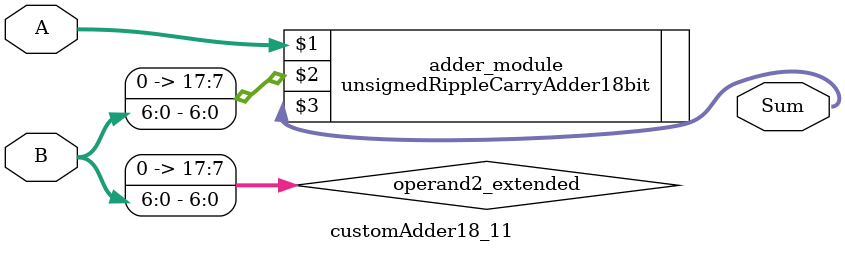
<source format=v>

module customAdder18_11(
                    input [17 : 0] A,
                    input [6 : 0] B,
                    
                    output [18 : 0] Sum
            );

    wire [17 : 0] operand2_extended;
    
    assign operand2_extended =  {11'b0, B};
    
    unsignedRippleCarryAdder18bit adder_module(
        A,
        operand2_extended,
        Sum
    );
    
endmodule
        
</source>
